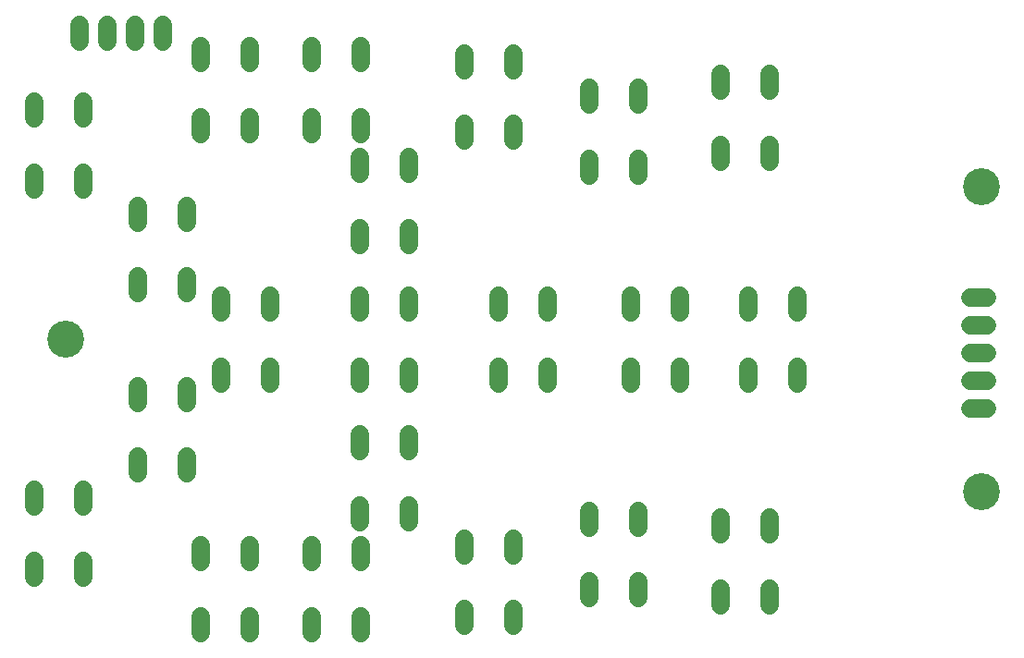
<source format=gbs>
G75*
G70*
%OFA0B0*%
%FSLAX24Y24*%
%IPPOS*%
%LPD*%
%AMOC8*
5,1,8,0,0,1.08239X$1,22.5*
%
%ADD10C,0.1330*%
%ADD11C,0.0680*%
%ADD12C,0.0674*%
D10*
X002467Y012600D03*
X035467Y007100D03*
X035467Y018100D03*
D11*
X001327Y004620D02*
X001327Y004020D01*
X003107Y004020D02*
X003107Y004620D01*
X003107Y006580D02*
X003107Y007180D01*
X001327Y007180D02*
X001327Y006580D01*
X005077Y007770D02*
X005077Y008370D01*
X006857Y008370D02*
X006857Y007770D01*
X006857Y010330D02*
X006857Y010930D01*
X008077Y011020D02*
X008077Y011620D01*
X009857Y011620D02*
X009857Y011020D01*
X013077Y011020D02*
X013077Y011620D01*
X014857Y011620D02*
X014857Y011020D01*
X014857Y009180D02*
X014857Y008580D01*
X013077Y008580D02*
X013077Y009180D01*
X013077Y006620D02*
X013077Y006020D01*
X013107Y005180D02*
X013107Y004580D01*
X011327Y004580D02*
X011327Y005180D01*
X009107Y005180D02*
X009107Y004580D01*
X007327Y004580D02*
X007327Y005180D01*
X007327Y002620D02*
X007327Y002020D01*
X009107Y002020D02*
X009107Y002620D01*
X011327Y002620D02*
X011327Y002020D01*
X013107Y002020D02*
X013107Y002620D01*
X016827Y002870D02*
X016827Y002270D01*
X018607Y002270D02*
X018607Y002870D01*
X021327Y003270D02*
X021327Y003870D01*
X023107Y003870D02*
X023107Y003270D01*
X026077Y003020D02*
X026077Y003620D01*
X027857Y003620D02*
X027857Y003020D01*
X027857Y005580D02*
X027857Y006180D01*
X026077Y006180D02*
X026077Y005580D01*
X023107Y005830D02*
X023107Y006430D01*
X021327Y006430D02*
X021327Y005830D01*
X018607Y005430D02*
X018607Y004830D01*
X016827Y004830D02*
X016827Y005430D01*
X014857Y006020D02*
X014857Y006620D01*
X018077Y011020D02*
X018077Y011620D01*
X019857Y011620D02*
X019857Y011020D01*
X022827Y011020D02*
X022827Y011620D01*
X024607Y011620D02*
X024607Y011020D01*
X027077Y011020D02*
X027077Y011620D01*
X028857Y011620D02*
X028857Y011020D01*
X028857Y013580D02*
X028857Y014180D01*
X027077Y014180D02*
X027077Y013580D01*
X024607Y013580D02*
X024607Y014180D01*
X022827Y014180D02*
X022827Y013580D01*
X019857Y013580D02*
X019857Y014180D01*
X018077Y014180D02*
X018077Y013580D01*
X014857Y013580D02*
X014857Y014180D01*
X013077Y014180D02*
X013077Y013580D01*
X009857Y013580D02*
X009857Y014180D01*
X008077Y014180D02*
X008077Y013580D01*
X006857Y014270D02*
X006857Y014870D01*
X005077Y014870D02*
X005077Y014270D01*
X005077Y016830D02*
X005077Y017430D01*
X006857Y017430D02*
X006857Y016830D01*
X003107Y018020D02*
X003107Y018620D01*
X001327Y018620D02*
X001327Y018020D01*
X001327Y020580D02*
X001327Y021180D01*
X003107Y021180D02*
X003107Y020580D01*
X007327Y020620D02*
X007327Y020020D01*
X009107Y020020D02*
X009107Y020620D01*
X011327Y020620D02*
X011327Y020020D01*
X013107Y020020D02*
X013107Y020620D01*
X013077Y019180D02*
X013077Y018580D01*
X014857Y018580D02*
X014857Y019180D01*
X016827Y019770D02*
X016827Y020370D01*
X018607Y020370D02*
X018607Y019770D01*
X021327Y019120D02*
X021327Y018520D01*
X023107Y018520D02*
X023107Y019120D01*
X023107Y021080D02*
X023107Y021680D01*
X021327Y021680D02*
X021327Y021080D01*
X018607Y022330D02*
X018607Y022930D01*
X016827Y022930D02*
X016827Y022330D01*
X013107Y022580D02*
X013107Y023180D01*
X011327Y023180D02*
X011327Y022580D01*
X009107Y022580D02*
X009107Y023180D01*
X007327Y023180D02*
X007327Y022580D01*
X013077Y016620D02*
X013077Y016020D01*
X014857Y016020D02*
X014857Y016620D01*
X005077Y010930D02*
X005077Y010330D01*
X026077Y019020D02*
X026077Y019620D01*
X027857Y019620D02*
X027857Y019020D01*
X027857Y021580D02*
X027857Y022180D01*
X026077Y022180D02*
X026077Y021580D01*
D12*
X035070Y014100D02*
X035664Y014100D01*
X035664Y013100D02*
X035070Y013100D01*
X035070Y012100D02*
X035664Y012100D01*
X035664Y011100D02*
X035070Y011100D01*
X035070Y010100D02*
X035664Y010100D01*
X005967Y023353D02*
X005967Y023947D01*
X004967Y023947D02*
X004967Y023353D01*
X003967Y023353D02*
X003967Y023947D01*
X002967Y023947D02*
X002967Y023353D01*
M02*

</source>
